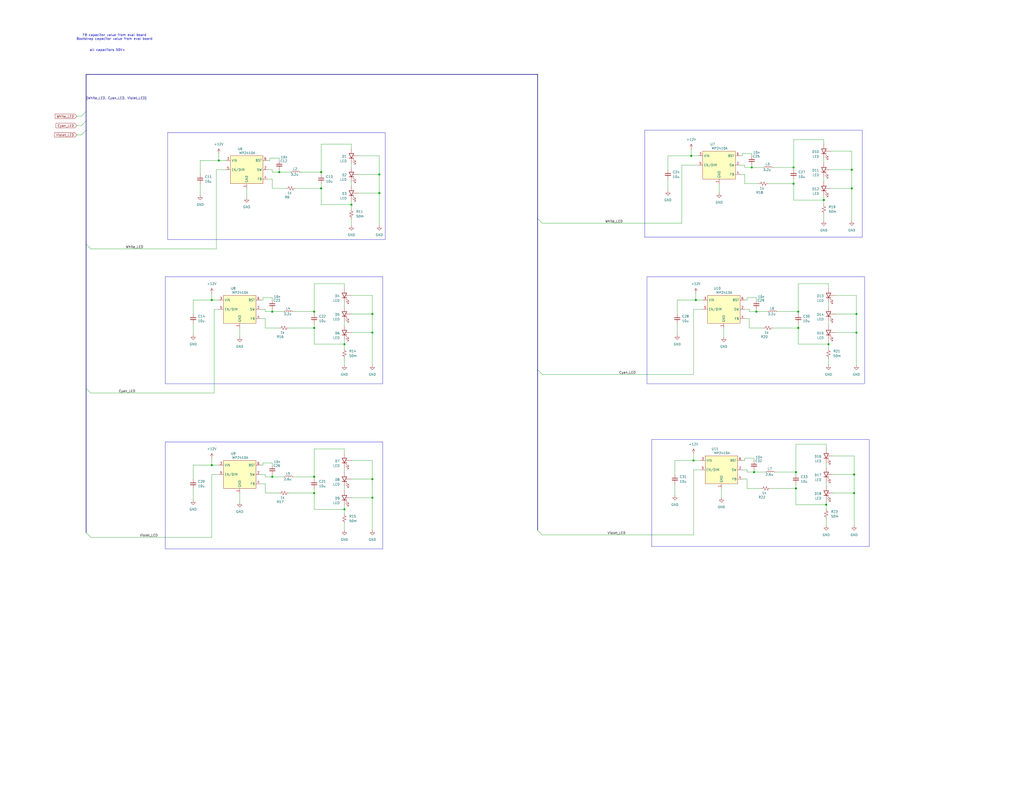
<source format=kicad_sch>
(kicad_sch (version 20231120) (generator "eeschema") (generator_version "8.0")
  (paper "C")
  (title_block (title "OreSat Solar Simulator") (date "2024-08-19") (rev "1.2"))
  (lib_symbols
    (symbol "Device:C_Small" (pin_numbers hide) (pin_names (offset 0.254) hide)
      (property "Reference" "C" (at 0.254 1.778 0))
      (property "Value" "C_Small" (at 0.254 -2.032 0))
      (symbol "C_Small_0_1"
        (polyline (pts (xy -1.524 -0.508) (xy 1.524 -0.508)) (stroke (width 0.3302)))
        (polyline (pts (xy -1.524 0.508) (xy 1.524 0.508)) (stroke (width 0.3048)))
      )
      (symbol "C_Small_1_1"
        (pin passive line (at 0 2.54 270) (length 2.032) (name "~") (number "1"))
        (pin passive line (at 0 -2.54 90) (length 2.032) (name "~") (number "2"))
      )
    )
    (symbol "Device:L_Small" (pin_numbers hide) (pin_names (offset 0.254) hide)
      (property "Reference" "L" (at 0.762 1.016 0))
      (property "Value" "L_Small" (at 0.762 -1.016 0))
      (symbol "L_Small_0_1"
        (arc (start 0 -2.032) (mid 0.5058 -1.524) (end 0 -1.016))
        (arc (start 0 -1.016) (mid 0.5058 -0.508) (end 0 0))
        (arc (start 0 0) (mid 0.5058 0.508) (end 0 1.016))
        (arc (start 0 1.016) (mid 0.5058 1.524) (end 0 2.032))
      )
      (symbol "L_Small_1_1"
        (pin passive line (at 0 2.54 270) (length 0.508) (name "~") (number "1"))
        (pin passive line (at 0 -2.54 90) (length 0.508) (name "~") (number "2"))
      )
    )
    (symbol "Device:R_Small_US" (pin_numbers hide) (pin_names (offset 0.254) hide)
      (property "Reference" "R" (at 0.762 0.508 0))
      (property "Value" "R_Small_US" (at 0.762 -1.016 0))
      (symbol "R_Small_US_1_1"
        (polyline (pts (xy 0 0) (xy 1.016 -0.381) (xy 0 -0.762) (xy -1.016 -1.143) (xy 0 -1.524)))
        (polyline (pts (xy 0 1.524) (xy 1.016 1.143) (xy 0 0.762) (xy -1.016 0.381) (xy 0 0)))
        (pin passive line (at 0 2.54 270) (length 1.016) (name "~") (number "1"))
        (pin passive line (at 0 -2.54 90) (length 1.016) (name "~") (number "2"))
      )
    )
    (symbol "oresat-diodes:LED_WITH_GND_PAD" (pin_numbers hide) (pin_names (offset 1.016) hide)
      (property "Reference" "D1" (at 4.318 -2.794 0))
      (property "Value" "LED" (at 4.318 -4.572 0))
      (symbol "LED_WITH_GND_PAD_0_1"
        (polyline (pts (xy -1.27 -1.27) (xy -1.27 1.27)) (stroke (width 0.254)))
        (polyline (pts (xy 0 -1.27) (xy 0 -0.762)))
        (polyline (pts (xy 1.27 -1.27) (xy 1.27 1.27) (xy -1.27 0) (xy 1.27 -1.27)) (stroke (width 0.254)))
        (polyline (pts (xy -3.048 -0.762) (xy -4.572 -2.286) (xy -3.81 -2.286) (xy -4.572 -2.286) (xy -4.572 -1.524)))
        (polyline (pts (xy -1.778 -0.762) (xy -3.302 -2.286) (xy -2.54 -2.286) (xy -3.302 -2.286) (xy -3.302 -1.524)))
      )
      (symbol "LED_WITH_GND_PAD_1_1"
        (pin passive line (at -3.81 0 0) (length 2.54) (name "K") (number "1"))
        (pin passive line (at 3.81 0 180) (length 2.54) (name "A") (number "2"))
        (pin passive line (at 0 -3.81 90) (length 2.54) (name "pad") (number "3"))
      )
    )
    (symbol "oresat-ics:MP2410A_LED_Driver"
      (property "Reference" "U" (at -5.08 14.224 0))
      (property "Value" "MP2410A" (at 0.254 9.398 0))
      (symbol "MP2410A_LED_Driver_1_1"
        (rectangle (start -8.89 7.62) (end 8.89 -7.62) (fill (type background)))
        (pin input line (at 0 -10.16 90) (length 2.54) (name "GND") (number "1"))
        (pin output line (at 11.43 0 180) (length 2.54) (name "SW") (number "2"))
        (pin power_in line (at -11.43 5.08 0) (length 2.54) (name "VIN") (number "3"))
        (pin bidirectional line (at 11.43 -5.08 180) (length 2.54) (name "FB") (number "4"))
        (pin input line (at -11.43 0 0) (length 2.54) (name "EN/DIM") (number "5"))
        (pin bidirectional line (at 11.43 5.08 180) (length 2.54) (name "BST") (number "6"))
      )
    )
    (symbol "power:+12V" (power) (pin_numbers hide) (pin_names (offset 0) hide)
      (property "Value" "+12V" (at 0 3.556 0))
      (symbol "+12V_0_1"
        (polyline (pts (xy -0.762 1.27) (xy 0 2.54)))
        (polyline (pts (xy 0 0) (xy 0 2.54)))
        (polyline (pts (xy 0 2.54) (xy 0.762 1.27)))
      )
      (symbol "+12V_1_1"
        (pin power_in line (at 0 0 90) (length 0) (name "~") (number "1"))
      )
    )
    (symbol "power:GND" (power) (pin_numbers hide) (pin_names (offset 0) hide)
      (property "Value" "GND" (at 0 -3.81 0))
      (symbol "GND_0_1"
        (polyline (pts (xy 0 0) (xy 0 -1.27) (xy 1.27 -1.27) (xy 0 -2.54) (xy -1.27 -1.27) (xy 0 -1.27)))
      )
      (symbol "GND_1_1"
        (pin power_in line (at 0 0 270) (length 0) (name "~") (number "1"))
      )
    )
  )
  (junction (at 377.19 85.09))
  (junction (at 171.45 269.24))
  (junction (at 191.77 111.76))
  (junction (at 434.34 266.7))
  (junction (at 435.61 179.07))
  (junction (at 433.07 91.44))
  (junction (at 203.2 171.45))
  (junction (at 466.09 259.08))
  (junction (at 207.01 95.25))
  (junction (at 203.2 261.62))
  (junction (at 434.34 257.81))
  (junction (at 379.73 163.83))
  (junction (at 449.58 109.22))
  (junction (at 119.38 87.63))
  (junction (at 467.36 181.61))
  (junction (at 464.82 102.87))
  (junction (at 175.26 93.98))
  (junction (at 410.21 91.44))
  (junction (at 171.45 260.35))
  (junction (at 207.01 105.41))
  (junction (at 175.26 102.87))
  (junction (at 148.59 260.35))
  (junction (at 450.85 275.59))
  (junction (at 115.57 163.83))
  (junction (at 171.45 170.18))
  (junction (at 467.36 171.45))
  (junction (at 435.61 170.18))
  (junction (at 152.4 93.98))
  (junction (at 171.45 179.07))
  (junction (at 412.75 170.18))
  (junction (at 466.09 269.24))
  (junction (at 148.59 170.18))
  (junction (at 187.96 187.96))
  (junction (at 464.82 92.71))
  (junction (at 203.2 181.61))
  (junction (at 203.2 271.78))
  (junction (at 187.96 278.13))
  (junction (at 433.07 100.33))
  (junction (at 452.12 187.96))
  (junction (at 115.57 254))
  (junction (at 378.46 251.46))
  (junction (at 411.48 257.81))
  (bus_entry (at 46.99 71.12) (size -2.54 2.54))
  (bus_entry (at 293.37 119.38) (size 2.54 2.54))
  (bus_entry (at 46.99 133.35) (size 2.54 2.54))
  (bus_entry (at 46.99 60.96) (size -2.54 2.54))
  (bus_entry (at 293.37 289.56) (size 2.54 2.54))
  (bus_entry (at 293.37 201.93) (size 2.54 2.54))
  (bus_entry (at 46.99 290.83) (size 2.54 2.54))
  (bus_entry (at 46.99 212.09) (size 2.54 2.54))
  (bus_entry (at 46.99 66.04) (size -2.54 2.54))
  (wire (pts (xy 144.78 264.16) (xy 142.24 264.16)))
  (wire (pts (xy 378.46 251.46) (xy 382.27 251.46)))
  (wire (pts (xy 421.64 179.07) (xy 435.61 179.07)))
  (wire (pts (xy 455.93 161.29) (xy 467.36 161.29)))
  (wire (pts (xy 449.58 76.2) (xy 449.58 78.74)))
  (wire (pts (xy 452.12 195.58) (xy 452.12 199.39)))
  (wire (pts (xy 144.78 269.24) (xy 152.4 269.24)))
  (wire (pts (xy 163.83 93.98) (xy 175.26 93.98)))
  (wire (pts (xy 109.22 87.63) (xy 109.22 95.25)))
  (wire (pts (xy 187.96 245.11) (xy 187.96 247.65)))
  (wire (pts (xy 171.45 179.07) (xy 171.45 187.96)))
  (wire (pts (xy 407.67 266.7) (xy 407.67 261.62)))
  (wire (pts (xy 152.4 93.98) (xy 158.75 93.98)))
  (wire (pts (xy 147.32 86.36) (xy 152.4 86.36)))
  (wire (pts (xy 464.82 82.55) (xy 464.82 92.71)))
  (wire (pts (xy 116.84 168.91) (xy 119.38 168.91)))
  (wire (pts (xy 435.61 176.53) (xy 435.61 179.07)))
  (wire (pts (xy 406.4 250.19) (xy 406.4 251.46)))
  (wire (pts (xy 143.51 163.83) (xy 142.24 163.83)))
  (wire (pts (xy 455.93 181.61) (xy 467.36 181.61)))
  (bus (pts (xy 46.99 212.09) (xy 46.99 290.83)))
  (wire (pts (xy 118.11 92.71) (xy 123.19 92.71)))
  (wire (pts (xy 119.38 87.63) (xy 123.19 87.63)))
  (wire (pts (xy 144.78 173.99) (xy 142.24 173.99)))
  (bus (pts (xy 46.99 40.64) (xy 46.99 60.96)))
  (wire (pts (xy 410.21 91.44) (xy 410.21 90.17)))
  (wire (pts (xy 450.85 242.57) (xy 450.85 245.11)))
  (wire (pts (xy 406.4 91.44) (xy 410.21 91.44)))
  (wire (pts (xy 406.4 250.19) (xy 411.48 250.19)))
  (wire (pts (xy 187.96 280.67) (xy 187.96 278.13)))
  (wire (pts (xy 105.41 176.53) (xy 105.41 182.88)))
  (wire (pts (xy 435.61 154.94) (xy 435.61 170.18)))
  (wire (pts (xy 411.48 250.19) (xy 411.48 251.46)))
  (wire (pts (xy 115.57 160.02) (xy 115.57 163.83)))
  (wire (pts (xy 191.77 261.62) (xy 203.2 261.62)))
  (wire (pts (xy 144.78 170.18) (xy 148.59 170.18)))
  (wire (pts (xy 143.51 254) (xy 142.24 254)))
  (wire (pts (xy 119.38 87.63) (xy 109.22 87.63)))
  (wire (pts (xy 144.78 179.07) (xy 152.4 179.07)))
  (wire (pts (xy 152.4 93.98) (xy 152.4 92.71)))
  (wire (pts (xy 187.96 187.96) (xy 171.45 187.96)))
  (wire (pts (xy 148.59 260.35) (xy 154.94 260.35)))
  (wire (pts (xy 105.41 163.83) (xy 105.41 171.45)))
  (wire (pts (xy 464.82 92.71) (xy 464.82 102.87)))
  (wire (pts (xy 379.73 160.02) (xy 379.73 163.83)))
  (wire (pts (xy 392.43 100.33) (xy 392.43 105.41)))
  (wire (pts (xy 187.96 275.59) (xy 187.96 278.13)))
  (wire (pts (xy 406.4 95.25) (xy 403.86 95.25)))
  (wire (pts (xy 187.96 175.26) (xy 187.96 177.8)))
  (wire (pts (xy 421.64 91.44) (xy 433.07 91.44)))
  (wire (pts (xy 434.34 259.08) (xy 434.34 257.81)))
  (wire (pts (xy 412.75 162.56) (xy 412.75 163.83)))
  (wire (pts (xy 407.67 266.7) (xy 415.29 266.7)))
  (wire (pts (xy 453.39 82.55) (xy 464.82 82.55)))
  (wire (pts (xy 148.59 260.35) (xy 148.59 259.08)))
  (wire (pts (xy 378.46 247.65) (xy 378.46 251.46)))
  (wire (pts (xy 450.85 275.59) (xy 434.34 275.59)))
  (wire (pts (xy 467.36 181.61) (xy 467.36 199.39)))
  (wire (pts (xy 364.49 97.79) (xy 364.49 104.14)))
  (wire (pts (xy 147.32 87.63) (xy 146.05 87.63)))
  (wire (pts (xy 406.4 90.17) (xy 403.86 90.17)))
  (wire (pts (xy 171.45 154.94) (xy 171.45 170.18)))
  (wire (pts (xy 393.7 266.7) (xy 393.7 271.78)))
  (wire (pts (xy 160.02 260.35) (xy 171.45 260.35)))
  (wire (pts (xy 434.34 266.7) (xy 434.34 275.59)))
  (wire (pts (xy 379.73 163.83) (xy 369.57 163.83)))
  (wire (pts (xy 452.12 187.96) (xy 435.61 187.96)))
  (wire (pts (xy 454.66 259.08) (xy 466.09 259.08)))
  (wire (pts (xy 175.26 100.33) (xy 175.26 102.87)))
  (wire (pts (xy 406.4 251.46) (xy 405.13 251.46)))
  (wire (pts (xy 411.48 257.81) (xy 411.48 256.54)))
  (wire (pts (xy 433.07 76.2) (xy 449.58 76.2)))
  (wire (pts (xy 412.75 170.18) (xy 419.1 170.18)))
  (wire (pts (xy 115.57 254) (xy 105.41 254)))
  (wire (pts (xy 148.59 92.71) (xy 146.05 92.71)))
  (wire (pts (xy 203.2 171.45) (xy 203.2 181.61)))
  (wire (pts (xy 157.48 269.24) (xy 171.45 269.24)))
  (wire (pts (xy 466.09 259.08) (xy 466.09 269.24)))
  (wire (pts (xy 195.58 85.09) (xy 207.01 85.09)))
  (wire (pts (xy 408.94 173.99) (xy 406.4 173.99)))
  (wire (pts (xy 406.4 100.33) (xy 406.4 95.25)))
  (wire (pts (xy 116.84 214.63) (xy 116.84 168.91)))
  (wire (pts (xy 368.3 264.16) (xy 368.3 270.51)))
  (wire (pts (xy 467.36 161.29) (xy 467.36 171.45)))
  (wire (pts (xy 434.34 242.57) (xy 450.85 242.57)))
  (wire (pts (xy 148.59 93.98) (xy 152.4 93.98)))
  (bus (pts (xy 46.99 60.96) (xy 46.99 66.04)))
  (wire (pts (xy 152.4 86.36) (xy 152.4 87.63)))
  (wire (pts (xy 144.78 260.35) (xy 144.78 259.08)))
  (wire (pts (xy 49.53 135.89) (xy 118.11 135.89)))
  (wire (pts (xy 187.96 255.27) (xy 187.96 257.81)))
  (wire (pts (xy 175.26 95.25) (xy 175.26 93.98)))
  (wire (pts (xy 171.45 176.53) (xy 171.45 179.07)))
  (wire (pts (xy 433.07 97.79) (xy 433.07 100.33)))
  (wire (pts (xy 378.46 204.47) (xy 378.46 168.91)))
  (wire (pts (xy 408.94 179.07) (xy 416.56 179.07)))
  (wire (pts (xy 191.77 114.3) (xy 191.77 111.76)))
  (wire (pts (xy 410.21 91.44) (xy 416.56 91.44)))
  (wire (pts (xy 187.96 185.42) (xy 187.96 187.96)))
  (wire (pts (xy 148.59 252.73) (xy 148.59 254)))
  (wire (pts (xy 191.77 109.22) (xy 191.77 111.76)))
  (wire (pts (xy 191.77 99.06) (xy 191.77 101.6)))
  (wire (pts (xy 449.58 106.68) (xy 449.58 109.22)))
  (wire (pts (xy 187.96 285.75) (xy 187.96 289.56)))
  (wire (pts (xy 203.2 271.78) (xy 203.2 289.56)))
  (wire (pts (xy 160.02 170.18) (xy 171.45 170.18)))
  (wire (pts (xy 147.32 86.36) (xy 147.32 87.63)))
  (wire (pts (xy 148.59 97.79) (xy 146.05 97.79)))
  (wire (pts (xy 377.19 85.09) (xy 364.49 85.09)))
  (wire (pts (xy 377.19 85.09) (xy 381 85.09)))
  (bus (pts (xy 293.37 119.38) (xy 293.37 201.93)))
  (wire (pts (xy 379.73 163.83) (xy 383.54 163.83)))
  (wire (pts (xy 406.4 91.44) (xy 406.4 90.17)))
  (wire (pts (xy 394.97 179.07) (xy 394.97 184.15)))
  (bus (pts (xy 293.37 40.64) (xy 293.37 119.38)))
  (wire (pts (xy 144.78 259.08) (xy 142.24 259.08)))
  (bus (pts (xy 46.99 71.12) (xy 46.99 133.35)))
  (wire (pts (xy 161.29 102.87) (xy 175.26 102.87)))
  (wire (pts (xy 144.78 170.18) (xy 144.78 168.91)))
  (wire (pts (xy 449.58 96.52) (xy 449.58 99.06)))
  (wire (pts (xy 203.2 261.62) (xy 203.2 271.78)))
  (wire (pts (xy 207.01 105.41) (xy 207.01 123.19)))
  (wire (pts (xy 405.13 83.82) (xy 405.13 85.09)))
  (wire (pts (xy 191.77 251.46) (xy 203.2 251.46)))
  (wire (pts (xy 203.2 181.61) (xy 203.2 199.39)))
  (bus (pts (xy 46.99 40.64) (xy 293.37 40.64)))
  (wire (pts (xy 171.45 154.94) (xy 187.96 154.94)))
  (wire (pts (xy 450.85 262.89) (xy 450.85 265.43)))
  (wire (pts (xy 449.58 86.36) (xy 449.58 88.9)))
  (wire (pts (xy 369.57 176.53) (xy 369.57 182.88)))
  (wire (pts (xy 450.85 283.21) (xy 450.85 287.02)))
  (wire (pts (xy 453.39 92.71) (xy 464.82 92.71)))
  (wire (pts (xy 452.12 165.1) (xy 452.12 167.64)))
  (wire (pts (xy 171.45 171.45) (xy 171.45 170.18)))
  (wire (pts (xy 143.51 252.73) (xy 143.51 254)))
  (wire (pts (xy 449.58 109.22) (xy 433.07 109.22)))
  (wire (pts (xy 450.85 278.13) (xy 450.85 275.59)))
  (wire (pts (xy 187.96 190.5) (xy 187.96 187.96)))
  (wire (pts (xy 143.51 252.73) (xy 148.59 252.73)))
  (wire (pts (xy 435.61 171.45) (xy 435.61 170.18)))
  (wire (pts (xy 134.62 102.87) (xy 134.62 107.95)))
  (wire (pts (xy 378.46 256.54) (xy 378.46 292.1)))
  (wire (pts (xy 148.59 93.98) (xy 148.59 92.71)))
  (wire (pts (xy 191.77 111.76) (xy 175.26 111.76)))
  (wire (pts (xy 372.11 121.92) (xy 372.11 90.17)))
  (wire (pts (xy 449.58 116.84) (xy 449.58 120.65)))
  (wire (pts (xy 191.77 88.9) (xy 191.77 91.44)))
  (wire (pts (xy 407.67 257.81) (xy 407.67 256.54)))
  (wire (pts (xy 405.13 83.82) (xy 410.21 83.82)))
  (wire (pts (xy 175.26 78.74) (xy 175.26 93.98)))
  (wire (pts (xy 454.66 248.92) (xy 466.09 248.92)))
  (wire (pts (xy 41.91 68.58) (xy 44.45 68.58)))
  (wire (pts (xy 453.39 102.87) (xy 464.82 102.87)))
  (wire (pts (xy 143.51 162.56) (xy 148.59 162.56)))
  (wire (pts (xy 130.81 179.07) (xy 130.81 184.15)))
  (wire (pts (xy 148.59 170.18) (xy 148.59 168.91)))
  (wire (pts (xy 187.96 265.43) (xy 187.96 267.97)))
  (wire (pts (xy 411.48 257.81) (xy 417.83 257.81)))
  (wire (pts (xy 372.11 90.17) (xy 381 90.17)))
  (wire (pts (xy 368.3 251.46) (xy 368.3 259.08)))
  (wire (pts (xy 422.91 257.81) (xy 434.34 257.81)))
  (wire (pts (xy 455.93 171.45) (xy 467.36 171.45)))
  (wire (pts (xy 378.46 256.54) (xy 382.27 256.54)))
  (wire (pts (xy 435.61 179.07) (xy 435.61 187.96)))
  (wire (pts (xy 419.1 100.33) (xy 433.07 100.33)))
  (wire (pts (xy 452.12 185.42) (xy 452.12 187.96)))
  (wire (pts (xy 452.12 175.26) (xy 452.12 177.8)))
  (wire (pts (xy 118.11 135.89) (xy 118.11 92.71)))
  (wire (pts (xy 407.67 162.56) (xy 407.67 163.83)))
  (wire (pts (xy 187.96 278.13) (xy 171.45 278.13)))
  (wire (pts (xy 408.94 170.18) (xy 412.75 170.18)))
  (wire (pts (xy 130.81 269.24) (xy 130.81 274.32)))
  (wire (pts (xy 450.85 252.73) (xy 450.85 255.27)))
  (wire (pts (xy 466.09 269.24) (xy 466.09 287.02)))
  (wire (pts (xy 144.78 179.07) (xy 144.78 173.99)))
  (wire (pts (xy 407.67 162.56) (xy 412.75 162.56)))
  (wire (pts (xy 410.21 83.82) (xy 410.21 85.09)))
  (wire (pts (xy 452.12 190.5) (xy 452.12 187.96)))
  (wire (pts (xy 171.45 245.11) (xy 187.96 245.11)))
  (wire (pts (xy 207.01 95.25) (xy 207.01 105.41)))
  (wire (pts (xy 408.94 170.18) (xy 408.94 168.91)))
  (wire (pts (xy 187.96 154.94) (xy 187.96 157.48)))
  (wire (pts (xy 195.58 105.41) (xy 207.01 105.41)))
  (wire (pts (xy 144.78 260.35) (xy 148.59 260.35)))
  (wire (pts (xy 407.67 256.54) (xy 405.13 256.54)))
  (wire (pts (xy 148.59 162.56) (xy 148.59 163.83)))
  (bus (pts (xy 46.99 133.35) (xy 46.99 212.09)))
  (wire (pts (xy 407.67 261.62) (xy 405.13 261.62)))
  (wire (pts (xy 195.58 95.25) (xy 207.01 95.25)))
  (wire (pts (xy 157.48 179.07) (xy 171.45 179.07)))
  (wire (pts (xy 148.59 102.87) (xy 148.59 97.79)))
  (wire (pts (xy 109.22 100.33) (xy 109.22 106.68)))
  (wire (pts (xy 449.58 111.76) (xy 449.58 109.22)))
  (wire (pts (xy 119.38 83.82) (xy 119.38 87.63)))
  (wire (pts (xy 49.53 293.37) (xy 115.57 293.37)))
  (wire (pts (xy 148.59 102.87) (xy 156.21 102.87)))
  (wire (pts (xy 433.07 92.71) (xy 433.07 91.44)))
  (wire (pts (xy 408.94 179.07) (xy 408.94 173.99)))
  (wire (pts (xy 450.85 273.05) (xy 450.85 275.59)))
  (wire (pts (xy 115.57 254) (xy 119.38 254)))
  (wire (pts (xy 191.77 119.38) (xy 191.77 123.19)))
  (wire (pts (xy 171.45 245.11) (xy 171.45 260.35)))
  (wire (pts (xy 295.91 292.1) (xy 378.46 292.1)))
  (wire (pts (xy 187.96 165.1) (xy 187.96 167.64)))
  (wire (pts (xy 171.45 261.62) (xy 171.45 260.35)))
  (wire (pts (xy 464.82 102.87) (xy 464.82 120.65)))
  (bus (pts (xy 293.37 201.93) (xy 293.37 289.56)))
  (wire (pts (xy 115.57 163.83) (xy 119.38 163.83)))
  (wire (pts (xy 191.77 78.74) (xy 191.77 81.28)))
  (wire (pts (xy 191.77 271.78) (xy 203.2 271.78)))
  (wire (pts (xy 406.4 100.33) (xy 414.02 100.33)))
  (wire (pts (xy 203.2 161.29) (xy 203.2 171.45)))
  (wire (pts (xy 115.57 250.19) (xy 115.57 254)))
  (wire (pts (xy 364.49 85.09) (xy 364.49 92.71)))
  (wire (pts (xy 115.57 163.83) (xy 105.41 163.83)))
  (wire (pts (xy 187.96 195.58) (xy 187.96 199.39)))
  (wire (pts (xy 378.46 168.91) (xy 383.54 168.91)))
  (wire (pts (xy 467.36 171.45) (xy 467.36 181.61)))
  (wire (pts (xy 175.26 78.74) (xy 191.77 78.74)))
  (wire (pts (xy 407.67 163.83) (xy 406.4 163.83)))
  (wire (pts (xy 191.77 171.45) (xy 203.2 171.45)))
  (wire (pts (xy 433.07 76.2) (xy 433.07 91.44)))
  (wire (pts (xy 49.53 214.63) (xy 116.84 214.63)))
  (wire (pts (xy 41.91 63.5) (xy 44.45 63.5)))
  (wire (pts (xy 144.78 168.91) (xy 142.24 168.91)))
  (wire (pts (xy 148.59 170.18) (xy 154.94 170.18)))
  (wire (pts (xy 203.2 251.46) (xy 203.2 261.62)))
  (wire (pts (xy 175.26 102.87) (xy 175.26 111.76)))
  (wire (pts (xy 295.91 121.92) (xy 372.11 121.92)))
  (wire (pts (xy 408.94 168.91) (xy 406.4 168.91)))
  (wire (pts (xy 105.41 266.7) (xy 105.41 273.05)))
  (wire (pts (xy 369.57 163.83) (xy 369.57 171.45)))
  (wire (pts (xy 143.51 162.56) (xy 143.51 163.83)))
  (wire (pts (xy 466.09 248.92) (xy 466.09 259.08)))
  (wire (pts (xy 378.46 251.46) (xy 368.3 251.46)))
  (wire (pts (xy 295.91 204.47) (xy 378.46 204.47)))
  (wire (pts (xy 171.45 269.24) (xy 171.45 278.13)))
  (wire (pts (xy 171.45 266.7) (xy 171.45 269.24)))
  (bus (pts (xy 46.99 66.04) (xy 46.99 71.12)))
  (wire (pts (xy 454.66 269.24) (xy 466.09 269.24)))
  (wire (pts (xy 434.34 264.16) (xy 434.34 266.7)))
  (wire (pts (xy 207.01 85.09) (xy 207.01 95.25)))
  (wire (pts (xy 191.77 181.61) (xy 203.2 181.61)))
  (wire (pts (xy 407.67 257.81) (xy 411.48 257.81)))
  (wire (pts (xy 191.77 161.29) (xy 203.2 161.29)))
  (wire (pts (xy 105.41 254) (xy 105.41 261.62)))
  (wire (pts (xy 420.37 266.7) (xy 434.34 266.7)))
  (wire (pts (xy 41.91 73.66) (xy 44.45 73.66)))
  (wire (pts (xy 435.61 154.94) (xy 452.12 154.94)))
  (wire (pts (xy 412.75 170.18) (xy 412.75 168.91)))
  (wire (pts (xy 405.13 85.09) (xy 403.86 85.09)))
  (wire (pts (xy 115.57 259.08) (xy 115.57 293.37)))
  (wire (pts (xy 424.18 170.18) (xy 435.61 170.18)))
  (wire (pts (xy 115.57 259.08) (xy 119.38 259.08)))
  (wire (pts (xy 434.34 242.57) (xy 434.34 257.81)))
  (wire (pts (xy 144.78 269.24) (xy 144.78 264.16)))
  (wire (pts (xy 377.19 81.28) (xy 377.19 85.09)))
  (wire (pts (xy 433.07 100.33) (xy 433.07 109.22)))
  (wire (pts (xy 452.12 154.94) (xy 452.12 157.48)))
  (rectangle (start 90.17 151.13) (end 208.915 209.55))
  (rectangle (start 351.79 71.12) (end 470.535 129.54))
  (rectangle (start 91.44 72.39) (end 210.185 130.81))
  (rectangle (start 355.6 240.03) (end 474.345 298.45))
  (rectangle (start 90.17 241.3) (end 208.915 299.72))
  (rectangle (start 353.06 151.13) (end 471.805 209.55))
  (text "FB capacitor value from eval board\nBootstrap capacitor value from eval board" (at 62.484 20.32 0) (effects (font (size 1.27 1.27))))
  (text "all capacitors 50V+\n" (at 58.674 27.432 0) (effects (font (size 1.27 1.27))))
  (label "{White_LED, Cyan_LED, Violet_LED}" (at 46.99 54.61 0))
  (label "Cyan_LED" (at 64.77 214.63 0))
  (label "White_LED" (at 68.58 135.89 0))
  (label "Cyan_LED" (at 337.82 204.47 0))
  (label "Violet_LED" (at 76.2 293.37 0))
  (label "Violet_LED" (at 331.47 292.1 0))
  (label "White_LED" (at 330.2 121.92 0))
  (global_label "White_LED" (shape input) (at 41.91 63.5 180) (property "Intersheetrefs" "${INTERSHEET_REFS}" (effects (hide yes))))
  (global_label "Violet_LED" (shape input) (at 41.91 73.66 180) (property "Intersheetrefs" "${INTERSHEET_REFS}" (effects (hide yes))))
  (global_label "Cyan_LED" (shape input) (at 41.91 68.58 180) (property "Intersheetrefs" "${INTERSHEET_REFS}" (effects (hide yes))))
  (symbol (lib_id "power:GND") (at 187.96 289.56 0) (unit 1)
    (property "Reference" "#PWR072" (effects (hide yes)))
    (property "Value" "GND" (at 187.96 294.64 0))
    (property "Description" "Power symbol creates a global label with name \"GND\" , ground" (effects (hide yes)))
  )
  (symbol (lib_id "Device:R_Small_US") (at 419.1 179.07 90) (unit 1)
    (property "Reference" "R20" (at 417.068 183.896 90))
    (property "Value" "1k" (at 418.338 181.61 90))
    (property "Footprint" "oresat-passives:0603-C-NOSILK" (effects (hide yes)))
    (property "Description" "Resistor, small US symbol" (effects (hide yes)))
    (property "DPN" "311-1.00KHRCT-ND" (effects (hide yes)))
  )
  (symbol (lib_id "Device:R_Small_US") (at 449.58 114.3 0) (unit 1)
    (property "Reference" "R19" (at 452.12 113.0299 0) (effects (justify left)))
    (property "Value" "50m" (at 452.12 115.5699 0) (effects (justify left)))
    (property "Footprint" "oresat-passives:1206-C" (effects (hide yes)))
    (property "Description" "Resistor, small US symbol" (effects (hide yes)))
    (property "DPN" "273-KDV12DR050ETCT-ND" (effects (hide yes)))
  )
  (symbol (lib_id "Device:C_Small") (at 412.75 166.37 0) (unit 1)
    (property "Reference" "C29" (at 413.258 164.084 0) (effects (justify left)))
    (property "Value" "10n" (at 413.512 162.052 0) (effects (justify left)))
    (property "Footprint" "oresat-passives:0603-C-NOSILK" (effects (hide yes)))
    (property "Description" "Unpolarized capacitor, small symbol" (effects (hide yes)))
    (property "DPN" "478-KGM15AR71H103KTCT-ND" (effects (hide yes)))
  )
  (symbol (lib_id "Device:C_Small") (at 148.59 166.37 0) (unit 1)
    (property "Reference" "C23" (at 149.098 164.084 0) (effects (justify left)))
    (property "Value" "10n" (at 149.352 162.052 0) (effects (justify left)))
    (property "Footprint" "oresat-passives:0603-C-NOSILK" (effects (hide yes)))
    (property "Description" "Unpolarized capacitor, small symbol" (effects (hide yes)))
    (property "DPN" "478-KGM15AR71H103KTCT-ND" (effects (hide yes)))
  )
  (symbol (lib_id "Device:C_Small") (at 433.07 95.25 0) (unit 1)
    (property "Reference" "C27" (at 435.61 93.9862 0) (effects (justify left)))
    (property "Value" "10u" (at 435.61 96.5262 0) (effects (justify left)))
    (property "Footprint" "oresat-passives:1206-C" (effects (hide yes)))
    (property "Description" "Unpolarized capacitor, small symbol" (effects (hide yes)))
    (property "DPN" "1276-6767-1-ND" (effects (hide yes)))
  )
  (symbol (lib_id "power:+12V") (at 377.19 81.28 0) (unit 1)
    (property "Reference" "#PWR045" (effects (hide yes)))
    (property "Value" "+12V" (at 377.19 76.2 0))
    (property "Description" "Power symbol creates a global label with name \"+12V\"" (effects (hide yes)))
  )
  (symbol (lib_id "power:GND") (at 364.49 104.14 0) (unit 1)
    (property "Reference" "#PWR043" (effects (hide yes)))
    (property "Value" "GND" (at 364.49 109.22 0))
    (property "Description" "Power symbol creates a global label with name \"GND\" , ground" (effects (hide yes)))
  )
  (symbol (lib_id "Device:R_Small_US") (at 158.75 102.87 90) (unit 1)
    (property "Reference" "R6" (at 156.718 107.696 90))
    (property "Value" "1k" (at 157.988 105.41 90))
    (property "Footprint" "oresat-passives:0603-C-NOSILK" (effects (hide yes)))
    (property "Description" "Resistor, small US symbol" (effects (hide yes)))
    (property "DPN" "311-1.00KHRCT-ND" (effects (hide yes)))
  )
  (symbol (lib_id "power:GND") (at 134.62 107.95 0) (unit 1)
    (property "Reference" "#PWR037" (effects (hide yes)))
    (property "Value" "GND" (at 134.62 113.03 0))
    (property "Description" "Power symbol creates a global label with name \"GND\" , ground" (effects (hide yes)))
  )
  (symbol (lib_id "Device:C_Small") (at 171.45 173.99 0) (unit 1)
    (property "Reference" "C22" (at 173.99 172.7262 0) (effects (justify left)))
    (property "Value" "10u" (at 173.99 175.2662 0) (effects (justify left)))
    (property "Footprint" "oresat-passives:1206-C" (effects (hide yes)))
    (property "Description" "Unpolarized capacitor, small symbol" (effects (hide yes)))
    (property "DPN" "1276-6767-1-ND" (effects (hide yes)))
  )
  (symbol (lib_id "power:+12V") (at 115.57 250.19 0) (unit 1)
    (property "Reference" "#PWR070" (effects (hide yes)))
    (property "Value" "+12V" (at 115.57 245.11 0))
    (property "Description" "Power symbol creates a global label with name \"+12V\"" (effects (hide yes)))
  )
  (symbol (lib_id "power:+12V") (at 115.57 160.02 0) (unit 1)
    (property "Reference" "#PWR060" (effects (hide yes)))
    (property "Value" "+12V" (at 115.57 154.94 0))
    (property "Description" "Power symbol creates a global label with name \"+12V\"" (effects (hide yes)))
  )
  (symbol (lib_id "oresat-diodes:LED_WITH_GND_PAD") (at 450.85 259.08 90) (unit 1)
    (property "Reference" "D17" (at 448.31 259.3974 90) (effects (justify left)))
    (property "Value" "LED" (at 448.31 261.9374 90) (effects (justify left)))
    (property "Footprint" "oresat-diodes:Cree-XLAMP-XE-G-LEDs" (effects (hide yes)))
    (property "Description" "Light emitting diode" (effects (hide yes)))
    (property "DPN" "90-XEGAVT-H2-0000-000-000000K2001CT-ND" (effects (hide yes)))
  )
  (symbol (lib_id "Device:C_Small") (at 148.59 256.54 0) (unit 1)
    (property "Reference" "C26" (at 149.098 254.254 0) (effects (justify left)))
    (property "Value" "10n" (at 149.352 252.222 0) (effects (justify left)))
    (property "Footprint" "oresat-passives:0603-C-NOSILK" (effects (hide yes)))
    (property "Description" "Unpolarized capacitor, small symbol" (effects (hide yes)))
    (property "DPN" "478-KGM15AR71H103KTCT-ND" (effects (hide yes)))
  )
  (symbol (lib_id "Device:R_Small_US") (at 191.77 116.84 0) (unit 1)
    (property "Reference" "R11" (at 194.31 115.5699 0) (effects (justify left)))
    (property "Value" "50m" (at 194.31 118.1099 0) (effects (justify left)))
    (property "Footprint" "oresat-passives:1206-C" (effects (hide yes)))
    (property "Description" "Resistor, small US symbol" (effects (hide yes)))
    (property "DPN" "273-KDV12DR050ETCT-ND" (effects (hide yes)))
  )
  (symbol (lib_id "oresat-diodes:LED_WITH_GND_PAD") (at 191.77 105.41 90) (unit 1)
    (property "Reference" "D3" (at 189.23 105.7274 90) (effects (justify left)))
    (property "Value" "LED" (at 189.23 108.2674 90) (effects (justify left)))
    (property "Footprint" "oresat-diodes:Cree-XLAMP-XE-G-LEDs" (effects (hide yes)))
    (property "Description" "Light emitting diode" (effects (hide yes)))
    (property "DPN" "90-XEGAWT-H0-0000-000-000000U30DTCT-ND" (effects (hide yes)))
  )
  (symbol (lib_id "oresat-diodes:LED_WITH_GND_PAD") (at 450.85 269.24 90) (unit 1)
    (property "Reference" "D18" (at 448.31 269.5574 90) (effects (justify left)))
    (property "Value" "LED" (at 448.31 272.0974 90) (effects (justify left)))
    (property "Footprint" "oresat-diodes:Cree-XLAMP-XE-G-LEDs" (effects (hide yes)))
    (property "Description" "Light emitting diode" (effects (hide yes)))
    (property "DPN" "90-XEGAVT-H2-0000-000-000000K2001CT-ND" (effects (hide yes)))
  )
  (symbol (lib_id "Device:C_Small") (at 105.41 173.99 0) (unit 1)
    (property "Reference" "C14" (at 107.95 172.7262 0) (effects (justify left)))
    (property "Value" "10u" (at 107.95 175.2662 0) (effects (justify left)))
    (property "Footprint" "oresat-passives:1206-C" (effects (hide yes)))
    (property "Description" "Unpolarized capacitor, small symbol" (effects (hide yes)))
    (property "DPN" "1276-6767-1-ND" (effects (hide yes)))
  )
  (symbol (lib_id "oresat-diodes:LED_WITH_GND_PAD") (at 449.58 92.71 90) (unit 1)
    (property "Reference" "D11" (at 447.04 93.0274 90) (effects (justify left)))
    (property "Value" "LED" (at 447.04 95.5674 90) (effects (justify left)))
    (property "Footprint" "oresat-diodes:Cree-XLAMP-XE-G-LEDs" (effects (hide yes)))
    (property "Description" "Light emitting diode" (effects (hide yes)))
    (property "DPN" "90-XEGAWT-H0-0000-000-000000U30DTCT-ND" (effects (hide yes)))
  )
  (symbol (lib_id "oresat-diodes:LED_WITH_GND_PAD") (at 452.12 181.61 90) (unit 1)
    (property "Reference" "D15" (at 449.58 181.9274 90) (effects (justify left)))
    (property "Value" "LED" (at 449.58 184.4674 90) (effects (justify left)))
    (property "Footprint" "oresat-diodes:Cree-XLAMP-XE-G-LEDs" (effects (hide yes)))
    (property "Description" "Light emitting diode" (effects (hide yes)))
    (property "DPN" "90-XEGAPC-H0-0000-000-000000U2001CT-ND" (effects (hide yes)))
  )
  (symbol (lib_id "Device:C_Small") (at 434.34 261.62 0) (unit 1)
    (property "Reference" "C33" (at 436.88 260.3562 0) (effects (justify left)))
    (property "Value" "10u" (at 436.88 262.8962 0) (effects (justify left)))
    (property "Footprint" "oresat-passives:1206-C" (effects (hide yes)))
    (property "Description" "Unpolarized capacitor, small symbol" (effects (hide yes)))
    (property "DPN" "1276-6767-1-ND" (effects (hide yes)))
  )
  (symbol (lib_id "Device:R_Small_US") (at 154.94 269.24 90) (unit 1)
    (property "Reference" "R17" (at 152.908 274.066 90))
    (property "Value" "1k" (at 154.178 271.78 90))
    (property "Footprint" "oresat-passives:0603-C-NOSILK" (effects (hide yes)))
    (property "Description" "Resistor, small US symbol" (effects (hide yes)))
    (property "DPN" "311-1.00KHRCT-ND" (effects (hide yes)))
  )
  (symbol (lib_id "Device:C_Small") (at 368.3 261.62 0) (unit 1)
    (property "Reference" "C31" (at 370.84 260.3562 0) (effects (justify left)))
    (property "Value" "10u" (at 370.84 262.8962 0) (effects (justify left)))
    (property "Footprint" "oresat-passives:1206-C" (effects (hide yes)))
    (property "Description" "Unpolarized capacitor, small symbol" (effects (hide yes)))
    (property "DPN" "1276-6767-1-ND" (effects (hide yes)))
  )
  (symbol (lib_id "Device:C_Small") (at 364.49 95.25 0) (unit 1)
    (property "Reference" "C24" (at 367.03 93.9862 0) (effects (justify left)))
    (property "Value" "10u" (at 367.03 96.5262 0) (effects (justify left)))
    (property "Footprint" "oresat-passives:1206-C" (effects (hide yes)))
    (property "Description" "Unpolarized capacitor, small symbol" (effects (hide yes)))
    (property "DPN" "1276-6767-1-ND" (effects (hide yes)))
  )
  (symbol (lib_id "power:GND") (at 203.2 199.39 0) (unit 1)
    (property "Reference" "#PWR068" (effects (hide yes)))
    (property "Value" "GND" (at 203.2 204.47 0))
    (property "Description" "Power symbol creates a global label with name \"GND\" , ground" (effects (hide yes)))
  )
  (symbol (lib_id "power:+12V") (at 378.46 247.65 0) (unit 1)
    (property "Reference" "#PWR080" (effects (hide yes)))
    (property "Value" "+12V" (at 378.46 242.57 0))
    (property "Description" "Power symbol creates a global label with name \"+12V\"" (effects (hide yes)))
  )
  (symbol (lib_id "Device:C_Small") (at 105.41 264.16 0) (unit 1)
    (property "Reference" "C20" (at 107.95 262.8962 0) (effects (justify left)))
    (property "Value" "10u" (at 107.95 265.4362 0) (effects (justify left)))
    (property "Footprint" "oresat-passives:1206-C" (effects (hide yes)))
    (property "Description" "Unpolarized capacitor, small symbol" (effects (hide yes)))
    (property "DPN" "1276-6767-1-ND" (effects (hide yes)))
  )
  (symbol (lib_id "power:GND") (at 105.41 273.05 0) (unit 1)
    (property "Reference" "#PWR069" (effects (hide yes)))
    (property "Value" "GND" (at 105.41 278.13 0))
    (property "Description" "Power symbol creates a global label with name \"GND\" , ground" (effects (hide yes)))
  )
  (symbol (lib_id "Device:C_Small") (at 109.22 97.79 0) (unit 1)
    (property "Reference" "C11" (at 111.76 96.5262 0) (effects (justify left)))
    (property "Value" "10u" (at 111.76 99.0662 0) (effects (justify left)))
    (property "Footprint" "oresat-passives:1206-C" (effects (hide yes)))
    (property "Description" "Unpolarized capacitor, small symbol" (effects (hide yes)))
    (property "DPN" "1276-6767-1-ND" (effects (hide yes)))
  )
  (symbol (lib_id "power:GND") (at 109.22 106.68 0) (unit 1)
    (property "Reference" "#PWR036" (effects (hide yes)))
    (property "Value" "GND" (at 109.22 111.76 0))
    (property "Description" "Power symbol creates a global label with name \"GND\" , ground" (effects (hide yes)))
  )
  (symbol (lib_id "oresat-diodes:LED_WITH_GND_PAD") (at 449.58 102.87 90) (unit 1)
    (property "Reference" "D12" (at 447.04 103.1874 90) (effects (justify left)))
    (property "Value" "LED" (at 447.04 105.7274 90) (effects (justify left)))
    (property "Footprint" "oresat-diodes:Cree-XLAMP-XE-G-LEDs" (effects (hide yes)))
    (property "Description" "Light emitting diode" (effects (hide yes)))
    (property "DPN" "90-XEGAWT-H0-0000-000-000000U30DTCT-ND" (effects (hide yes)))
  )
  (symbol (lib_id "power:GND") (at 368.3 270.51 0) (unit 1)
    (property "Reference" "#PWR079" (effects (hide yes)))
    (property "Value" "GND" (at 368.3 275.59 0))
    (property "Description" "Power symbol creates a global label with name \"GND\" , ground" (effects (hide yes)))
  )
  (symbol (lib_id "power:GND") (at 187.96 199.39 0) (unit 1)
    (property "Reference" "#PWR062" (effects (hide yes)))
    (property "Value" "GND" (at 187.96 204.47 0))
    (property "Description" "Power symbol creates a global label with name \"GND\" , ground" (effects (hide yes)))
  )
  (symbol (lib_id "Device:L_Small") (at 157.48 260.35 90) (unit 1)
    (property "Reference" "L5" (at 157.226 258.572 90))
    (property "Value" "2.6u" (at 156.972 261.62 90))
    (property "Footprint" "oresat-passives:Ind 2.6u 2A" (effects (hide yes)))
    (property "Description" "Inductor, small symbol" (effects (hide yes)))
    (property "DPN" "SRR5028-2R6YCT-ND" (effects (hide yes)))
  )
  (symbol (lib_id "oresat-ics:MP2410A_LED_Driver") (at 130.81 259.08 0) (unit 1)
    (property "Reference" "U9" (at 127.254 247.65 0))
    (property "Value" "MP2410A" (at 131.064 249.936 0))
    (property "Footprint" "Package_TO_SOT_SMD:TSOT-23-6" (effects (hide yes)))
  )
  (symbol (lib_id "power:GND") (at 130.81 184.15 0) (unit 1)
    (property "Reference" "#PWR061" (effects (hide yes)))
    (property "Value" "GND" (at 130.81 189.23 0))
    (property "Description" "Power symbol creates a global label with name \"GND\" , ground" (effects (hide yes)))
  )
  (symbol (lib_id "power:GND") (at 392.43 105.41 0) (unit 1)
    (property "Reference" "#PWR048" (effects (hide yes)))
    (property "Value" "GND" (at 392.43 110.49 0))
    (property "Description" "Power symbol creates a global label with name \"GND\" , ground" (effects (hide yes)))
  )
  (symbol (lib_id "Device:C_Small") (at 410.21 87.63 0) (unit 1)
    (property "Reference" "C25" (at 410.718 85.344 0) (effects (justify left)))
    (property "Value" "10n" (at 410.972 83.312 0) (effects (justify left)))
    (property "Footprint" "oresat-passives:0603-C-NOSILK" (effects (hide yes)))
    (property "Description" "Unpolarized capacitor, small symbol" (effects (hide yes)))
    (property "DPN" "478-KGM15AR71H103KTCT-ND" (effects (hide yes)))
  )
  (symbol (lib_id "oresat-ics:MP2410A_LED_Driver") (at 130.81 168.91 0) (unit 1)
    (property "Reference" "U8" (at 127.254 157.48 0))
    (property "Value" "MP2410A" (at 131.064 159.766 0))
    (property "Footprint" "Package_TO_SOT_SMD:TSOT-23-6" (effects (hide yes)))
  )
  (symbol (lib_id "oresat-diodes:LED_WITH_GND_PAD") (at 187.96 171.45 90) (unit 1)
    (property "Reference" "D5" (at 185.42 171.7674 90) (effects (justify left)))
    (property "Value" "LED" (at 185.42 174.3074 90) (effects (justify left)))
    (property "Footprint" "oresat-diodes:Cree-XLAMP-XE-G-LEDs" (effects (hide yes)))
    (property "Description" "Light emitting diode" (effects (hide yes)))
    (property "DPN" "90-XEGAPC-H0-0000-000-000000U2001CT-ND" (effects (hide yes)))
  )
  (symbol (lib_id "Device:L_Small") (at 419.1 91.44 90) (unit 1)
    (property "Reference" "L3" (at 418.846 89.662 90))
    (property "Value" "3.2u" (at 418.592 92.71 90))
    (property "Footprint" "oresat-passives:Inductor Coilcraft DO1813H-332 3.2uH" (effects (hide yes)))
    (property "Description" "Inductor, small symbol" (effects (hide yes)))
    (property "DPN" "2457-DO1813H-332MLD-ND" (effects (hide yes)))
  )
  (symbol (lib_id "oresat-diodes:LED_WITH_GND_PAD") (at 452.12 171.45 90) (unit 1)
    (property "Reference" "D14" (at 449.58 171.7674 90) (effects (justify left)))
    (property "Value" "LED" (at 449.58 174.3074 90) (effects (justify left)))
    (property "Footprint" "oresat-diodes:Cree-XLAMP-XE-G-LEDs" (effects (hide yes)))
    (property "Description" "Light emitting diode" (effects (hide yes)))
    (property "DPN" "90-XEGAPC-H0-0000-000-000000U2001CT-ND" (effects (hide yes)))
  )
  (symbol (lib_id "Device:L_Small") (at 157.48 170.18 90) (unit 1)
    (property "Reference" "L4" (at 157.226 168.402 90))
    (property "Value" "3.2u" (at 156.972 171.45 90))
    (property "Footprint" "oresat-passives:Inductor Coilcraft DO1813H-332 3.2uH" (effects (hide yes)))
    (property "Description" "Inductor, small symbol" (effects (hide yes)))
    (property "DPN" "2457-DO1813H-332MLD-ND" (effects (hide yes)))
  )
  (symbol (lib_id "power:+12V") (at 119.38 83.82 0) (unit 1)
    (property "Reference" "#PWR035" (effects (hide yes)))
    (property "Value" "+12V" (at 119.38 78.74 0))
    (property "Description" "Power symbol creates a global label with name \"+12V\"" (effects (hide yes)))
  )
  (symbol (lib_id "oresat-ics:MP2410A_LED_Driver") (at 393.7 256.54 0) (unit 1)
    (property "Reference" "U11" (at 390.144 245.11 0))
    (property "Value" "MP2410A" (at 393.954 247.396 0))
    (property "Footprint" "Package_TO_SOT_SMD:TSOT-23-6" (effects (hide yes)))
  )
  (symbol (lib_id "Device:R_Small_US") (at 452.12 193.04 0) (unit 1)
    (property "Reference" "R21" (at 454.66 191.7699 0) (effects (justify left)))
    (property "Value" "50m" (at 454.66 194.3099 0) (effects (justify left)))
    (property "Footprint" "oresat-passives:1206-C" (effects (hide yes)))
    (property "Description" "Resistor, small US symbol" (effects (hide yes)))
    (property "DPN" "273-KDV12DR050ETCT-ND" (effects (hide yes)))
  )
  (symbol (lib_id "power:GND") (at 369.57 182.88 0) (unit 1)
    (property "Reference" "#PWR074" (effects (hide yes)))
    (property "Value" "GND" (at 369.57 187.96 0))
    (property "Description" "Power symbol creates a global label with name \"GND\" , ground" (effects (hide yes)))
  )
  (symbol (lib_id "Device:C_Small") (at 435.61 173.99 0) (unit 1)
    (property "Reference" "C30" (at 438.15 172.7262 0) (effects (justify left)))
    (property "Value" "10u" (at 438.15 175.2662 0) (effects (justify left)))
    (property "Footprint" "oresat-passives:1206-C" (effects (hide yes)))
    (property "Description" "Unpolarized capacitor, small symbol" (effects (hide yes)))
    (property "DPN" "1276-6767-1-ND" (effects (hide yes)))
  )
  (symbol (lib_id "Device:L_Small") (at 421.64 170.18 90) (unit 1)
    (property "Reference" "L6" (at 421.386 168.402 90))
    (property "Value" "3.2u" (at 421.132 171.45 90))
    (property "Footprint" "oresat-passives:Inductor Coilcraft DO1813H-332 3.2uH" (effects (hide yes)))
    (property "Description" "Inductor, small symbol" (effects (hide yes)))
    (property "DPN" "2457-DO1813H-332MLD-ND" (effects (hide yes)))
  )
  (symbol (lib_id "Device:R_Small_US") (at 187.96 283.21 0) (unit 1)
    (property "Reference" "R15" (at 190.5 281.9399 0) (effects (justify left)))
    (property "Value" "50m" (at 190.5 284.4799 0) (effects (justify left)))
    (property "Footprint" "oresat-passives:1206-C" (effects (hide yes)))
    (property "Description" "Resistor, small US symbol" (effects (hide yes)))
    (property "DPN" "273-KDV12DR050ETCT-ND" (effects (hide yes)))
  )
  (symbol (lib_id "power:GND") (at 466.09 287.02 0) (unit 1)
    (property "Reference" "#PWR083" (effects (hide yes)))
    (property "Value" "GND" (at 466.09 292.1 0))
    (property "Description" "Power symbol creates a global label with name \"GND\" , ground" (effects (hide yes)))
  )
  (symbol (lib_id "Device:R_Small_US") (at 416.56 100.33 90) (unit 1)
    (property "Reference" "R18" (at 414.528 105.156 90))
    (property "Value" "1k" (at 415.798 102.87 90))
    (property "Footprint" "oresat-passives:0603-C-NOSILK" (effects (hide yes)))
    (property "Description" "Resistor, small US symbol" (effects (hide yes)))
    (property "DPN" "311-1.00KHRCT-ND" (effects (hide yes)))
  )
  (symbol (lib_id "Device:L_Small") (at 161.29 93.98 90) (unit 1)
    (property "Reference" "L2" (at 161.036 92.202 90))
    (property "Value" "3.2u" (at 160.782 95.25 90))
    (property "Footprint" "oresat-passives:Inductor Coilcraft DO1813H-332 3.2uH" (effects (hide yes)))
    (property "Description" "Inductor, small symbol" (effects (hide yes)))
    (property "DPN" "2457-DO1813H-332MLD-ND" (effects (hide yes)))
  )
  (symbol (lib_id "Device:R_Small_US") (at 417.83 266.7 90) (unit 1)
    (property "Reference" "R22" (at 415.798 271.526 90))
    (property "Value" "1k" (at 417.068 269.24 90))
    (property "Footprint" "oresat-passives:0603-C-NOSILK" (effects (hide yes)))
    (property "Description" "Resistor, small US symbol" (effects (hide yes)))
    (property "DPN" "311-1.00KHRCT-ND" (effects (hide yes)))
  )
  (symbol (lib_id "power:GND") (at 105.41 182.88 0) (unit 1)
    (property "Reference" "#PWR057" (effects (hide yes)))
    (property "Value" "GND" (at 105.41 187.96 0))
    (property "Description" "Power symbol creates a global label with name \"GND\" , ground" (effects (hide yes)))
  )
  (symbol (lib_id "oresat-diodes:LED_WITH_GND_PAD") (at 187.96 261.62 90) (unit 1)
    (property "Reference" "D8" (at 185.42 261.9374 90) (effects (justify left)))
    (property "Value" "LED" (at 185.42 264.4774 90) (effects (justify left)))
    (property "Footprint" "oresat-diodes:Cree-XLAMP-XE-G-LEDs" (effects (hide yes)))
    (property "Description" "Light emitting diode" (effects (hide yes)))
    (property "DPN" "90-XEGAVT-H2-0000-000-000000K2001CT-ND" (effects (hide yes)))
  )
  (symbol (lib_id "oresat-diodes:LED_WITH_GND_PAD") (at 191.77 95.25 90) (unit 1)
    (property "Reference" "D2" (at 189.23 95.5674 90) (effects (justify left)))
    (property "Value" "LED" (at 189.23 98.1074 90) (effects (justify left)))
    (property "Footprint" "oresat-diodes:Cree-XLAMP-XE-G-LEDs" (effects (hide yes)))
    (property "Description" "Light emitting diode" (effects (hide yes)))
    (property "DPN" "90-XEGAWT-H0-0000-000-000000U30DTCT-ND" (effects (hide yes)))
  )
  (symbol (lib_id "oresat-diodes:LED_WITH_GND_PAD") (at 187.96 181.61 90) (unit 1)
    (property "Reference" "D6" (at 185.42 181.9274 90) (effects (justify left)))
    (property "Value" "LED" (at 185.42 184.4674 90) (effects (justify left)))
    (property "Footprint" "oresat-diodes:Cree-XLAMP-XE-G-LEDs" (effects (hide yes)))
    (property "Description" "Light emitting diode" (effects (hide yes)))
    (property "DPN" "90-XEGAPC-H0-0000-000-000000U2001CT-ND" (effects (hide yes)))
  )
  (symbol (lib_id "power:GND") (at 130.81 274.32 0) (unit 1)
    (property "Reference" "#PWR071" (effects (hide yes)))
    (property "Value" "GND" (at 130.81 279.4 0))
    (property "Description" "Power symbol creates a global label with name \"GND\" , ground" (effects (hide yes)))
  )
  (symbol (lib_id "oresat-diodes:LED_WITH_GND_PAD") (at 449.58 82.55 90) (unit 1)
    (property "Reference" "D10" (at 447.04 82.8674 90) (effects (justify left)))
    (property "Value" "LED" (at 447.04 85.4074 90) (effects (justify left)))
    (property "Footprint" "oresat-diodes:Cree-XLAMP-XE-G-LEDs" (effects (hide yes)))
    (property "Description" "Light emitting diode" (effects (hide yes)))
    (property "DPN" "90-XEGAWT-H0-0000-000-000000U30DTCT-ND" (effects (hide yes)))
  )
  (symbol (lib_id "oresat-diodes:LED_WITH_GND_PAD") (at 191.77 85.09 90) (unit 1)
    (property "Reference" "D1" (at 189.23 85.4074 90) (effects (justify left)))
    (property "Value" "LED" (at 189.23 87.9474 90) (effects (justify left)))
    (property "Footprint" "oresat-diodes:Cree-XLAMP-XE-G-LEDs" (effects (hide yes)))
    (property "Description" "Light emitting diode" (effects (hide yes)))
    (property "DPN" "90-XEGAWT-H0-0000-000-000000U30DTCT-ND" (effects (hide yes)))
  )
  (symbol (lib_id "power:GND") (at 207.01 123.19 0) (unit 1)
    (property "Reference" "#PWR042" (effects (hide yes)))
    (property "Value" "GND" (at 207.01 128.27 0))
    (property "Description" "Power symbol creates a global label with name \"GND\" , ground" (effects (hide yes)))
  )
  (symbol (lib_id "power:+12V") (at 379.73 160.02 0) (unit 1)
    (property "Reference" "#PWR075" (effects (hide yes)))
    (property "Value" "+12V" (at 379.73 154.94 0))
    (property "Description" "Power symbol creates a global label with name \"+12V\"" (effects (hide yes)))
  )
  (symbol (lib_id "power:GND") (at 449.58 120.65 0) (unit 1)
    (property "Reference" "#PWR049" (effects (hide yes)))
    (property "Value" "GND" (at 449.58 125.73 0))
    (property "Description" "Power symbol creates a global label with name \"GND\" , ground" (effects (hide yes)))
  )
  (symbol (lib_id "power:GND") (at 393.7 271.78 0) (unit 1)
    (property "Reference" "#PWR081" (effects (hide yes)))
    (property "Value" "GND" (at 393.7 276.86 0))
    (property "Description" "Power symbol creates a global label with name \"GND\" , ground" (effects (hide yes)))
  )
  (symbol (lib_id "oresat-diodes:LED_WITH_GND_PAD") (at 187.96 271.78 90) (unit 1)
    (property "Reference" "D9" (at 185.42 272.0974 90) (effects (justify left)))
    (property "Value" "LED" (at 185.42 274.6374 90) (effects (justify left)))
    (property "Footprint" "oresat-diodes:Cree-XLAMP-XE-G-LEDs" (effects (hide yes)))
    (property "Description" "Light emitting diode" (effects (hide yes)))
    (property "DPN" "90-XEGAVT-H2-0000-000-000000K2001CT-ND" (effects (hide yes)))
  )
  (symbol (lib_id "oresat-ics:MP2410A_LED_Driver") (at 392.43 90.17 0) (unit 1)
    (property "Reference" "U7" (at 388.874 78.74 0))
    (property "Value" "MP2410A" (at 392.684 81.026 0))
    (property "Footprint" "Package_TO_SOT_SMD:TSOT-23-6" (effects (hide yes)))
  )
  (symbol (lib_id "Device:L_Small") (at 420.37 257.81 90) (unit 1)
    (property "Reference" "L7" (at 420.116 256.032 90))
    (property "Value" "2.6u" (at 419.862 259.08 90))
    (property "Footprint" "oresat-passives:Ind 2.6u 2A" (effects (hide yes)))
    (property "Description" "Inductor, small symbol" (effects (hide yes)))
    (property "DPN" "SRR5028-2R6YCT-ND" (effects (hide yes)))
  )
  (symbol (lib_id "Device:C_Small") (at 369.57 173.99 0) (unit 1)
    (property "Reference" "C28" (at 372.11 172.7262 0) (effects (justify left)))
    (property "Value" "10u" (at 372.11 175.2662 0) (effects (justify left)))
    (property "Footprint" "oresat-passives:1206-C" (effects (hide yes)))
    (property "Description" "Unpolarized capacitor, small symbol" (effects (hide yes)))
    (property "DPN" "1276-6767-1-ND" (effects (hide yes)))
  )
  (symbol (lib_id "power:GND") (at 394.97 184.15 0) (unit 1)
    (property "Reference" "#PWR076" (effects (hide yes)))
    (property "Value" "GND" (at 394.97 189.23 0))
    (property "Description" "Power symbol creates a global label with name \"GND\" , ground" (effects (hide yes)))
  )
  (symbol (lib_id "power:GND") (at 452.12 199.39 0) (unit 1)
    (property "Reference" "#PWR077" (effects (hide yes)))
    (property "Value" "GND" (at 452.12 204.47 0))
    (property "Description" "Power symbol creates a global label with name \"GND\" , ground" (effects (hide yes)))
  )
  (symbol (lib_id "Device:R_Small_US") (at 187.96 193.04 0) (unit 1)
    (property "Reference" "R14" (at 190.5 191.7699 0) (effects (justify left)))
    (property "Value" "50m" (at 190.5 194.3099 0) (effects (justify left)))
    (property "Footprint" "oresat-passives:1206-C" (effects (hide yes)))
    (property "Description" "Resistor, small US symbol" (effects (hide yes)))
    (property "DPN" "273-KDV12DR050ETCT-ND" (effects (hide yes)))
  )
  (symbol (lib_id "Device:C_Small") (at 171.45 264.16 0) (unit 1)
    (property "Reference" "C21" (at 173.99 262.8962 0) (effects (justify left)))
    (property "Value" "10u" (at 173.99 265.4362 0) (effects (justify left)))
    (property "Footprint" "oresat-passives:1206-C" (effects (hide yes)))
    (property "Description" "Unpolarized capacitor, small symbol" (effects (hide yes)))
    (property "DPN" "1276-6767-1-ND" (effects (hide yes)))
  )
  (symbol (lib_id "power:GND") (at 464.82 120.65 0) (unit 1)
    (property "Reference" "#PWR053" (effects (hide yes)))
    (property "Value" "GND" (at 464.82 125.73 0))
    (property "Description" "Power symbol creates a global label with name \"GND\" , ground" (effects (hide yes)))
  )
  (symbol (lib_id "Device:C_Small") (at 411.48 254 0) (unit 1)
    (property "Reference" "C32" (at 411.988 251.714 0) (effects (justify left)))
    (property "Value" "10n" (at 412.242 249.682 0) (effects (justify left)))
    (property "Footprint" "oresat-passives:0603-C-NOSILK" (effects (hide yes)))
    (property "Description" "Unpolarized capacitor, small symbol" (effects (hide yes)))
    (property "DPN" "478-KGM15AR71H103KTCT-ND" (effects (hide yes)))
  )
  (symbol (lib_id "oresat-diodes:LED_WITH_GND_PAD") (at 187.96 161.29 90) (unit 1)
    (property "Reference" "D4" (at 185.42 161.6074 90) (effects (justify left)))
    (property "Value" "LED" (at 185.42 164.1474 90) (effects (justify left)))
    (property "Footprint" "oresat-diodes:Cree-XLAMP-XE-G-LEDs" (effects (hide yes)))
    (property "Description" "Light emitting diode" (effects (hide yes)))
    (property "DPN" "90-XEGAPC-H0-0000-000-000000U2001CT-ND" (effects (hide yes)))
  )
  (symbol (lib_id "Device:R_Small_US") (at 154.94 179.07 90) (unit 1)
    (property "Reference" "R16" (at 152.908 183.896 90))
    (property "Value" "1k" (at 154.178 181.61 90))
    (property "Footprint" "oresat-passives:0603-C-NOSILK" (effects (hide yes)))
    (property "Description" "Resistor, small US symbol" (effects (hide yes)))
    (property "DPN" "311-1.00KHRCT-ND" (effects (hide yes)))
  )
  (symbol (lib_id "oresat-diodes:LED_WITH_GND_PAD") (at 187.96 251.46 90) (unit 1)
    (property "Reference" "D7" (at 185.42 251.7774 90) (effects (justify left)))
    (property "Value" "LED" (at 185.42 254.3174 90) (effects (justify left)))
    (property "Footprint" "oresat-diodes:Cree-XLAMP-XE-G-LEDs" (effects (hide yes)))
    (property "Description" "Light emitting diode" (effects (hide yes)))
    (property "DPN" "90-XEGAVT-H2-0000-000-000000K2001CT-ND" (effects (hide yes)))
  )
  (symbol (lib_id "oresat-ics:MP2410A_LED_Driver") (at 394.97 168.91 0) (unit 1)
    (property "Reference" "U10" (at 391.414 157.48 0))
    (property "Value" "MP2410A" (at 395.224 159.766 0))
    (property "Footprint" "Package_TO_SOT_SMD:TSOT-23-6" (effects (hide yes)))
  )
  (symbol (lib_id "Device:C_Small") (at 175.26 97.79 0) (unit 1)
    (property "Reference" "C13" (at 177.8 96.5262 0) (effects (justify left)))
    (property "Value" "10u" (at 177.8 99.0662 0) (effects (justify left)))
    (property "Footprint" "oresat-passives:1206-C" (effects (hide yes)))
    (property "Description" "Unpolarized capacitor, small symbol" (effects (hide yes)))
    (property "DPN" "1276-6767-1-ND" (effects (hide yes)))
  )
  (symbol (lib_id "power:GND") (at 450.85 287.02 0) (unit 1)
    (property "Reference" "#PWR082" (effects (hide yes)))
    (property "Value" "GND" (at 450.85 292.1 0))
    (property "Description" "Power symbol creates a global label with name \"GND\" , ground" (effects (hide yes)))
  )
  (symbol (lib_id "Device:R_Small_US") (at 450.85 280.67 0) (unit 1)
    (property "Reference" "R23" (at 453.39 279.3999 0) (effects (justify left)))
    (property "Value" "50m" (at 453.39 281.9399 0) (effects (justify left)))
    (property "Footprint" "oresat-passives:1206-C" (effects (hide yes)))
    (property "Description" "Resistor, small US symbol" (effects (hide yes)))
    (property "DPN" "273-KDV12DR050ETCT-ND" (effects (hide yes)))
  )
  (symbol (lib_id "power:GND") (at 191.77 123.19 0) (unit 1)
    (property "Reference" "#PWR041" (effects (hide yes)))
    (property "Value" "GND" (at 191.77 128.27 0))
    (property "Description" "Power symbol creates a global label with name \"GND\" , ground" (effects (hide yes)))
  )
  (symbol (lib_id "oresat-diodes:LED_WITH_GND_PAD") (at 452.12 161.29 90) (unit 1)
    (property "Reference" "D13" (at 449.58 161.6074 90) (effects (justify left)))
    (property "Value" "LED" (at 449.58 164.1474 90) (effects (justify left)))
    (property "Footprint" "oresat-diodes:Cree-XLAMP-XE-G-LEDs" (effects (hide yes)))
    (property "Description" "Light emitting diode" (effects (hide yes)))
    (property "DPN" "90-XEGAPC-H0-0000-000-000000U2001CT-ND" (effects (hide yes)))
  )
  (symbol (lib_id "Device:C_Small") (at 152.4 90.17 0) (unit 1)
    (property "Reference" "C12" (at 152.908 87.884 0) (effects (justify left)))
    (property "Value" "10n" (at 153.162 85.852 0) (effects (justify left)))
    (property "Footprint" "oresat-passives:0603-C-NOSILK" (effects (hide yes)))
    (property "Description" "Unpolarized capacitor, small symbol" (effects (hide yes)))
    (property "DPN" "478-KGM15AR71H103KTCT-ND" (effects (hide yes)))
  )
  (symbol (lib_id "oresat-diodes:LED_WITH_GND_PAD") (at 450.85 248.92 90) (unit 1)
    (property "Reference" "D16" (at 448.31 249.2374 90) (effects (justify left)))
    (property "Value" "LED" (at 448.31 251.7774 90) (effects (justify left)))
    (property "Footprint" "oresat-diodes:Cree-XLAMP-XE-G-LEDs" (effects (hide yes)))
    (property "Description" "Light emitting diode" (effects (hide yes)))
    (property "DPN" "90-XEGAVT-H2-0000-000-000000K2001CT-ND" (effects (hide yes)))
  )
  (symbol (lib_id "power:GND") (at 203.2 289.56 0) (unit 1)
    (property "Reference" "#PWR073" (effects (hide yes)))
    (property "Value" "GND" (at 203.2 294.64 0))
    (property "Description" "Power symbol creates a global label with name \"GND\" , ground" (effects (hide yes)))
  )
  (symbol (lib_id "power:GND") (at 467.36 199.39 0) (unit 1)
    (property "Reference" "#PWR078" (effects (hide yes)))
    (property "Value" "GND" (at 467.36 204.47 0))
    (property "Description" "Power symbol creates a global label with name \"GND\" , ground" (effects (hide yes)))
  )
  (symbol (lib_id "oresat-ics:MP2410A_LED_Driver") (at 134.62 92.71 0) (unit 1)
    (property "Reference" "U6" (at 131.064 81.28 0))
    (property "Value" "MP2410A" (at 134.874 83.566 0))
    (property "Footprint" "Package_TO_SOT_SMD:TSOT-23-6" (effects (hide yes)))
  )
)
</source>
